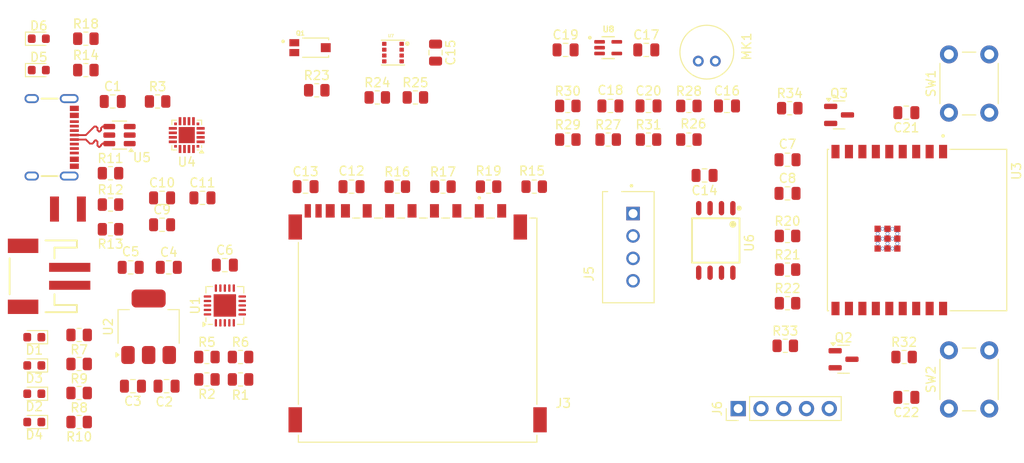
<source format=kicad_pcb>
(kicad_pcb (version 20240108) (generator "pcbnew") (generator_version "8.0")
  (layers (0 "F.Cu" signal) (1 "In1.Cu" power) (2 "In2.Cu" power) (31 "B.Cu" signal) (34 "B.Paste" user) (35 "F.Paste" user) (36 "B.SilkS" user "B.Silkscreen") (37 "F.SilkS" user "F.Silkscreen") (38 "B.Mask" user) (39 "F.Mask" user) (44 "Edge.Cuts" user))
  (net 0 "")
  (net 1 "/+5V_USB")
  (net 2 "GND")
  (net 3 "3.3V")
  (net 4 "+5V")
  (net 5 "Net-(D3-K)")
  (net 6 "Net-(D4-K)")
  (net 7 "Net-(D5-K)")
  (net 8 "/ESP32-C3-02/MIC_OUT")
  (net 9 "/ESP32-C3-02/EN")
  (net 12 "Net-(J1-CC1)")
  (net 15 "Net-(J1-CC2)")
  (net 17 "/VBAT")
  (net 18 "Net-(U1-PROG1)")
  (net 19 "/USB_DN")
  (net 20 "Net-(U1-PROG3)")
  (net 21 "Net-(U1-~{PG})")
  (net 22 "Net-(U1-STAT1{slash}~{LBO})")
  (net 23 "Net-(U1-STAT2)")
  (net 24 "Net-(U1-~{TE})")
  (net 25 "Net-(U1-THERM)")
  (net 26 "/USB_DP")
  (net 27 "Net-(Q2-B)")
  (net 28 "/ESP32-C3-02/RTS")
  (net 29 "Net-(U4-VBUS)")
  (net 30 "/ESP32-C3-02/BOOT")
  (net 31 "/ESP32-C3-02/DTS")
  (net 32 "Net-(Q3-B)")
  (net 33 "/ESP32-C3-02/SCLK")
  (net 34 "Net-(U4-~{RST})")
  (net 35 "Net-(U4-~{RXT}{slash}GPIO.3)")
  (net 36 "Net-(U4-~{TXT}{slash}GPIO.2)")
  (net 37 "/ESP32-C3-02/CS")
  (net 38 "/ESP32-C3-02/MOSI_DI")
  (net 39 "/ESP32-C3-02/MISO_DO")
  (net 40 "/ESP32-C3-02/CS_SD")
  (net 44 "/ESP32-C3-02/SCL")
  (net 46 "/ESP32-C3-02/SDA")
  (net 49 "/ESP32-C3-02/PHOTO_C")
  (net 50 "/ESP32-C3-02/GPIO19")
  (net 51 "/ESP32-C3-02/GPIO8")
  (net 52 "/ESP32-C3-02/GPIO18")
  (net 53 "/ESP32-C3-02/TX_RX")
  (net 54 "/ESP32-C3-02/RX_TX")
  (net 55 "Net-(U4-D+)")
  (net 56 "Net-(U4-D-)")
  (net 57 "Net-(C1-Pad1)")
  (net 58 "Net-(C16-Pad1)")
  (net 59 "Net-(C17-Pad2)")
  (net 60 "Net-(U8-IN+)")
  (net 61 "Net-(C19-Pad2)")
  (net 62 "Net-(U8-IN-)")
  (net 63 "Net-(D1-K)")
  (net 64 "Net-(D2-K)")
  (net 65 "Net-(D6-K)")
  (net 66 "Net-(J3-CLK)")
  (net 68 "Net-(J3-DAT0)")
  (net 70 "Net-(J3-CMD)")
  (net 71 "Net-(U6-CLK)")
  (net 72 "Net-(U6-DI(IO0))")
  (net 73 "Net-(U6-DO(IO1))")
  (footprint "Capacitor_SMD:C_0805_2012Metric" (layer "F.Cu") (at 109.25 100.75)
    (property "Reference" "C4")
    (property "Value" "10u")
  )
  (footprint "Resistor_SMD:R_0805_2012Metric" (layer "F.Cu") (at 113.5 110.75)
    (property "Reference" "R5")
    (property "Value" "2K")
  )
  (footprint "Capacitor_SMD:C_0805_2012Metric" (layer "F.Cu") (at 105 100.75 180)
    (property "Reference" "C5")
    (property "Value" "0.1u")
  )
  (footprint "Resistor_SMD:R_0805_2012Metric" (layer "F.Cu") (at 99.25 118 180)
    (property "Reference" "R10")
    (property "Value" "330")
  )
  (footprint "Project_Library:JST_B4B-XH-AM__LF__SN_" (layer "F.Cu") (at 160.5 98.5 90)
    (property "Reference" "J5")
    (property "Value" "B4B-XH-AM__LF__SN_")
  )
  (footprint "Capacitor_SMD:C_0805_2012Metric" (layer "F.Cu") (at 108.5 96)
    (property "Reference" "C9")
    (property "Value" "4.7u")
  )
  (footprint "Package_TO_SOT_SMD:SOT-23" (layer "F.Cu") (at 184.5 111)
    (property "Reference" "Q2")
    (property "Value" "BC817")
  )
  (footprint "LED_SMD:LED_0603_1608Metric" (layer "F.Cu") (at 94.25 111.6925 180)
    (property "Reference" "D3")
    (property "Value" "Blue")
  )
  (footprint "Capacitor_SMD:C_0805_2012Metric" (layer "F.Cu") (at 129.628 91.75 180)
    (property "Reference" "C12")
    (property "Value" "10u")
  )
  (footprint "LED_SMD:LED_0603_1608Metric" (layer "F.Cu") (at 94.25 118 180)
    (property "Reference" "D4")
    (property "Value" "Red")
  )
  (footprint "Capacitor_SMD:C_0805_2012Metric" (layer "F.Cu") (at 103 82.25)
    (property "Reference" "C1")
    (property "Value" "0.1u")
  )
  (footprint "Resistor_SMD:R_0805_2012Metric" (layer "F.Cu") (at 102.75 93.75)
    (property "Reference" "R12")
    (property "Value" "22K1")
  )
  (footprint "Resistor_SMD:R_0805_2012Metric" (layer "F.Cu") (at 102.75 90.25)
    (property "Reference" "R11")
    (property "Value" "1K")
  )
  (footprint "Project_Library:USB-C_16" (layer "F.Cu") (at 99.05625 86.25 -90)
    (property "Reference" "J1")
    (property "Value" "USB_C_Receptacle")
  )
  (footprint "Resistor_SMD:R_0805_2012Metric" (layer "F.Cu") (at 178 109.5)
    (property "Reference" "R33")
    (property "Value" "10K")
  )
  (footprint "Resistor_SMD:R_0805_2012Metric" (layer "F.Cu") (at 162.75 86.5)
    (property "Reference" "R31")
    (property "Value" "100K")
  )
  (footprint "Package_TO_SOT_SMD:SOT-223-3_TabPin2" (layer "F.Cu") (at 107 107.375 90)
    (property "Reference" "U2")
    (property "Value" "AMS1117-3.3")
  )
  (footprint "Resistor_SMD:R_0805_2012Metric" (layer "F.Cu") (at 100 75.25)
    (property "Reference" "R18")
    (property "Value" "330")
  )
  (footprint "Resistor_SMD:R_0805_2012Metric" (layer "F.Cu") (at 153.75 82.75)
    (property "Reference" "R30")
    (property "Value" "10K")
  )
  (footprint "Resistor_SMD:R_0805_2012Metric" (layer "F.Cu") (at 167.25 82.75)
    (property "Reference" "R28")
    (property "Value" "2K")
  )
  (footprint "Project_Library:1210" (layer "F.Cu") (at 98 94.25)
    (property "Reference" "F1")
    (property "Value" "Polyfuse")
  )
  (footprint "Capacitor_SMD:C_0805_2012Metric" (layer "F.Cu") (at 169 90.5 180)
    (property "Reference" "C14")
    (property "Value" "0.1u")
  )
  (footprint "Package_TO_SOT_SMD:SOT-23" (layer "F.Cu") (at 184 83.75)
    (property "Reference" "Q3")
    (property "Value" "BC817")
  )
  (footprint "Resistor_SMD:R_0805_2012Metric" (layer "F.Cu") (at 178.25 104.75)
    (property "Reference" "R22")
    (property "Value" "50")
  )
  (footprint "Capacitor_SMD:C_0805_2012Metric" (layer "F.Cu") (at 158.5 82.75 180)
    (property "Reference" "C18")
    (property "Value" "100n")
  )
  (footprint "Package_TO_SOT_SMD:SOT-23-6" (layer "F.Cu") (at 103.75 86 180)
    (property "Reference" "U5")
    (property "Value" "USBLC6-2SC6")
  )
  (footprint "Capacitor_SMD:C_0805_2012Metric" (layer "F.Cu") (at 109 114)
    (property "Reference" "C2")
    (property "Value" "0.1u")
  )
  (footprint "Resistor_SMD:R_0805_2012Metric" (layer "F.Cu") (at 117.25 113.25)
    (property "Reference" "R1")
    (property "Value" "10K")
  )
  (footprint "Capacitor_SMD:C_0805_2012Metric" (layer "F.Cu") (at 162.75 82.75)
    (property "Reference" "C20")
    (property "Value" "100n")
  )
  (footprint "Project_Library:SOT65P210X110-5N" (layer "F.Cu") (at 158.25 76.25)
    (property "Reference" "U8")
    (property "Value" "MAX4466EXK")
  )
  (footprint "LED_SMD:LED_0603_1608Metric" (layer "F.Cu") (at 94.75 75.25)
    (property "Reference" "D6")
    (property "Value" "Red")
  )
  (footprint "Project_Library:MODULE_ESP32-C3-WROOM-02-H4" (layer "F.Cu") (at 192.7 96.59 -90)
    (property "Reference" "U3")
    (property "Value" "ESP32-C3-WROOM-02-H4")
  )
  (footprint "Resistor_SMD:R_0805_2012Metric" (layer "F.Cu") (at 99.25 114.762916 180)
    (property "Reference" "R8")
    (property "Value" "470")
  )
  (footprint "Resistor_SMD:R_0805_2012Metric" (layer "F.Cu") (at 153.75 86.5)
    (property "Reference" "R29")
    (property "Value" "1M")
  )
  (footprint "Resistor_SMD:R_0805_2012Metric" (layer "F.Cu") (at 102.75 96.5 180)
    (property "Reference" "R13")
    (property "Value" "47K5")
  )
  (footprint "Project_Library:JST_SMD_2.0mm-2" (layer "F.Cu") (at 94.5 101.75 90)
    (property "Reference" "J2")
    (property "Value" "JST_2mm_LiPo")
  )
  (footprint "Capacitor_SMD:C_0805_2012Metric" (layer "F.Cu") (at 124.5 91.75)
    (property "Reference" "C13")
    (property "Value" "0.1u")
  )
  (footprint "Resistor_SMD:R_0805_2012Metric" (layer "F.Cu") (at 117.25 110.75)
    (property "Reference" "R6")
    (property "Value" "20K")
  )
  (footprint "Project_Library:PSON65P250X250X100-8N" (layer "F.Cu") (at 134.25 76.8)
    (property "Reference" "U7")
    (property "Value" "BME280")
  )
  (footprint "Connector_PinHeader_2.54mm:PinHeader_1x05_P2.54mm_Vertical" (layer "F.Cu") (at 172.75 116.5 90)
    (property "Reference" "J6")
    (property "Value" "Conn_01x05")
  )
  (footprint "Button_Switch_THT:SW_PUSH_6mm" (layer "F.Cu") (at 196.25 83.5 90)
    (property "Reference" "SW1")
    (property "Value" "SMD_6x3.5mm_h2.5mm")
  )
  (footprint "Resistor_SMD:R_0805_2012Metric" (layer "F.Cu") (at 108 82.25)
    (property "Reference" "R3")
    (property "Value" "5k1")
  )
  (footprint "Capacitor_SMD:C_0805_2012Metric" (layer "F.Cu") (at 115.5 100.5)
    (property "Reference" "C6")
    (property "Value" "1u")
  )
  (footprint "Resistor_SMD:R_0805_2012Metric" (layer "F.Cu") (at 178.5 83)
    (property "Reference" "R34")
    (property "Value" "10K")
  )
  (footprint "Project_Library:CUI_CMC-5042PF-AC" (layer "F.Cu") (at 169.25 76.75 -90)
    (property "Reference" "MK1")
    (property "Value" "CMC-5042PF-AC")
  )
  (footprint "Capacitor_SMD:C_0805_2012Metric" (layer "F.Cu") (at 105.25 114 180)
    (property "Reference" "C3")
    (property "Value" "10u")
  )
  (footprint "Project_Library:TRANS_TEMT6000X01" (layer "F.Cu") (at 125 76.25)
    (property "Reference" "Q1")
    (property "Value" "TEMT6000X01")
  )
  (footprint "Capacitor_SMD:C_0805_2012Metric" (layer "F.Cu") (at 162.5 76.5)
    (property "Reference" "C17")
    (property "Value" "10n")
  )
  (footprint "Resistor_SMD:R_0805_2012Metric" (layer "F.Cu") (at 125.75 81)
    (property "Reference" "R23")
    (property "Value" "10K")
  )
  (footprint "Resistor_SMD:R_0805_2012Metric" (layer "F.Cu") (at 191.25 110.75)
    (property "Reference" "R32")
    (property "Value" "10K")
  )
  (footprint "Capacitor_SMD:C_0805_2012Metric" (layer "F.Cu") (at 153.5 76.5)
    (property "Reference" "C19")
    (property "Value" "1u")
  )
  (footprint "Package_DFN_QFN:QFN-20-1EP_4x4mm_P0.5mm_EP2.5x2.5mm" (layer "F.Cu") (at 115.5 105 90)
    (property "Reference" "U1")
    (property "Value" "MCP73871")
  )
  (footprint "Resistor_SMD:R_0805_2012Metric" (layer "F.Cu") (at 99.25 108.28875 180)
    (property "Reference" "R7")
    (property "Value" "470")
  )
  (footprint "Resistor_SMD:R_0805_2012Metric" (layer "F.Cu") (at 136.75 81.8)
    (property "Reference" "R25")
    (property "Value" "4K7")
  )
  (footprint "Resistor_SMD:R_0805_2012Metric" (layer "F.Cu") (at 144.912 91.75 180)
    (property "Reference" "R19")
    (property "Value" "10K")
  )
  (footprint "Resistor_SMD:R_0805_2012Metric" (layer "F.Cu") (at 139.824 91.75)
    (property "Reference" "R17")
    (property "Value" "50")
  )
  (footprint "Package_DFN_QFN:SiliconLabs_QFN-20-1EP_3x3mm_P0.5mm_EP1.8x1.8mm" (layer "F.Cu") (at 111.25 86 180)
    (property "Reference" "U4")
    (property "Value" "CP2102N-A02-GQFN20")
  )
  (footprint "Capacitor_SMD:C_0805_2012Metric" (layer "F.Cu") (at 191.5 83.5 180)
    (property "Reference" "C21")
    (property "Value" "0.1u")
  )
  (footprint "LED_SMD:LED_0603_1608Metric" (layer "F.Cu") (at 94.75 78.75)
    (property "Reference" "D5")
    (property "Value" "Green")
  )
  (footprint "Resistor_SMD:R_0805_2012Metric" (layer "F.Cu") (at 178.25 97.25)
    (property "Reference" "R20")
    (property "Value" "50")
  )
  (footprint "Capacitor_SMD:C_0805_2012Metric" (layer "F.Cu") (at 113 93)
    (property "Reference" "C11")
    (property "Value" "1u")
  )
  (footprint "Resistor_SMD:R_0805_2012Metric" (layer "F.Cu") (at 178.25 101)
    (property "Reference" "R21")
    (property "Value" "50")
  )
  (footprint "Capacitor_SMD:C_0805_2012Metric" (layer "F.Cu") (at 139 76.8 -90)
    (property "Reference" "C15")
    (property "Value" "0.1u")
  )
  (footprint "Capacitor_SMD:C_0805_2012Metric" (layer "F.Cu") (at 191.5 115.25 180)
    (property "Reference" "C22")
    (property "Value" "1u")
  )
  (footprint "LED_SMD:LED_0603_1608Metric" (layer "F.Cu") (at 94.25 114.84625 180)
    (property "Reference" "D2")
    (property "Value" "Green")
  )
  (footprint "Capacitor_SMD:C_0805_2012Metric" (layer "F.Cu") (at 171.5 82.75)
    (property "Reference" "C16")
    (property "Value" "100n")
  )
  (footprint "Resistor_SMD:R_0805_2012Metric" (layer "F.Cu") (at 134.736 91.75)
    (property "Reference" "R16")
    (property "Value" "50")
  )
  (footprint "Capacitor_SMD:C_0805_2012Metric" (layer "F.Cu") (at 178.25 88.75 180)
    (property "Reference" "C7")
    (property "Value" "10u")
  )
  (footprint "LED_SMD:LED_0603_1608Metric" (layer "F.Cu") (at 94.25 108.53875 180)
    (property "Reference" "D1")
    (property "Value" "Red")
  )
  (footprint "Button_Switch_THT:SW_PUSH_6mm" (layer "F.Cu") (at 196.25 116.5 90)
    (property "Reference" "SW2")
    (property "Value" "SMD_6x3.5mm_h2.5mm")
  )
  (footprint "Resistor_SMD:R_0805_2012Metric" (layer "F.Cu") (at 158.25 86.5)
    (property "Reference" "R27")
    (property "Value" "1M")
  )
  (footprint "Resistor_SMD:R_0805_2012Metric" (layer "F.Cu") (at 167.25 86.5 180)
    (property "Reference" "R26")
    (property "Value" "2K")
  )
  (footprint "Project_Library:SOIC127P790X216-8N" (layer "F.Cu") (at 170.25 97.75 -90)
    (property "Reference" "U6")
    (property "Value" "W25Q32JVSSIQ")
  )
  (footprint "Resistor_SMD:R_0805_2012Metric" (layer "F.Cu") (at 99.25 111.525833 180)
    (property "Reference" "R9")
    (property "Value" "470")
  )
  (footprint "Project_Library:AMPHENOL_GSD090012SEU" (layer "F.Cu") (at 137 107.75)
    (property "Reference" "J3")
    (property "Value" "GSD090012SEU")
  )
  (footprint "Capacitor_SMD:C_0805_2012Metric" (layer "F.Cu") (at 178.25 92.5)
    (property "Reference" "C8")
    (property "Value" "0.1u")
  )
  (footprint "Resistor_SMD:R_0805_2012Metric" (layer "F.Cu") (at 132.5 81.8)
    (property "Reference" "R24")
    (property "Value" "4K7")
  )
  (footprint "Capacitor_SMD:C_0805_2012Metric" (layer "F.Cu") (at 108.5 93)
    (property "Reference" "C10")
    (property "Value" "0.1u")
  )
  (footprint "Resistor_SMD:R_0805_2012Metric" (layer "F.Cu") (at 100 78.75)
    (property "Reference" "R14")
    (property "Value" "330")
  )
  (footprint "Resistor_SMD:R_0805_2012Metric" (layer "F.Cu") (at 113.5 113.25 180)
    (property "Reference" "R2")
    (property "Value" "10K")
  )
  (footprint "Resistor_SMD:R_0805_2012Metric" (layer "F.Cu") (at 150 91.75)
    (property "Reference" "R15")
    (property "Value" "50")
  )
  (segment (start 101.5425 85.6) (end 101.4625 85.6) (width 0.2) (layer "F.Cu") (net 19))
  (segment (start 100.95 85.05) (end 100.806049 85.193951) (width 0.2) (layer "F.Cu") (net 19))
  (segment (start 101.3025 85.44) (end 101.3025 85.21) (width 0.2) (layer "F.Cu") (net 19))
  (segment (start 101.8625 85.05) (end 101.7025 85.21) (width 0.2) (layer "F.Cu") (net 19))
  (segment (start 101.7025 85.21) (end 101.7025 85.44) (width 0.2) (layer "F.Cu") (net 19))
  (segment (start 101.7025 85.44) (end 101.5425 85.6) (width 0.2) (layer "F.Cu") (net 19))
  (segment (start 100 86) (end 99.192845 86) (width 0.2) (layer "F.Cu") (net 19))
  (segment (start 100.675226 85.324774) (end 100.41358 85.58642) (width 0.2) (layer "F.Cu") (net 19))
  (segment (start 101.1425 85.05) (end 100.95 85.05) (width 0.2) (layer "F.Cu") (net 19))
  (segment (start 99.192845 86) (end 98.71625 86) (width 0.2) (layer "F.Cu") (net 19))
  (segment (start 101.3025 85.21) (end 101.1425 85.05) (width 0.2) (layer "F.Cu") (net 19))
  (segment (start 101.4625 85.6) (end 101.3025 85.44) (width 0.2) (layer "F.Cu") (net 19))
  (segment (start 100.41358 85.58642) (end 100 86) (width 0.2) (layer "F.Cu") (net 19))
  (segment (start 100.806049 85.193951) (end 100.675226 85.324774) (width 0.2) (layer "F.Cu") (net 19))
  (segment (start 102.6125 85.05) (end 101.8625 85.05) (width 0.2) (layer "F.Cu") (net 19))
  (segment (start 101.694684 87.16) (end 101.534684 87.32) (width 0.2) (layer "F.Cu") (net 26))
  (segment (start 100 86.5) (end 98.71625 86.5) (width 0.2) (layer "F.Cu") (net 26))
  (segment (start 100.894684 86.79) (end 100.734684 86.95) (width 0.2) (layer "F.Cu") (net 26))
  (segment (start 101.854684 86.95) (end 101.694684 87.11) (width 0.2) (layer "F.Cu") (net 26))
  (segment (start 101.694684 87.11) (end 101.694684 87.16) (width 0.2) (layer "F.Cu") (net 26))
  (segment (start 101.134684 86.58) (end 101.054684 86.58) (width 0.2) (layer "F.Cu") (net 26))
  (segment (start 101.454684 87.32) (end 101.294684 87.16) (width 0.2) (layer "F.Cu") (net 26))
  (segment (start 102.6125 86.95) (end 101.854684 86.95) (width 0.2) (layer "F.Cu") (net 26))
  (segment (start 101.294684 87.16) (end 101.294684 86.74) (width 0.2) (layer "F.Cu") (net 26))
  (segment (start 101.534684 87.32) (end 101.454684 87.32) (width 0.2) (layer "F.Cu") (net 26))
  (segment (start 100.894684 86.74) (end 100.894684 86.79) (width 0.2) (layer "F.Cu") (net 26))
  (segment (start 101.294684 86.74) (end 101.134684 86.58) (width 0.2) (layer "F.Cu") (net 26))
  (segment (start 100.45 86.95) (end 100.159294 86.659294) (width 0.2) (layer "F.Cu") (net 26))
  (segment (start 101.054684 86.58) (end 100.894684 86.74) (width 0.2) (layer "F.Cu") (net 26))
  (segment (start 100.159294 86.659294) (end 100 86.5) (width 0.2) (layer "F.Cu") (net 26))
  (segment (start 100.734684 86.95) (end 100.45 86.95) (width 0.2) (layer "F.Cu") (net 26))
)
</source>
